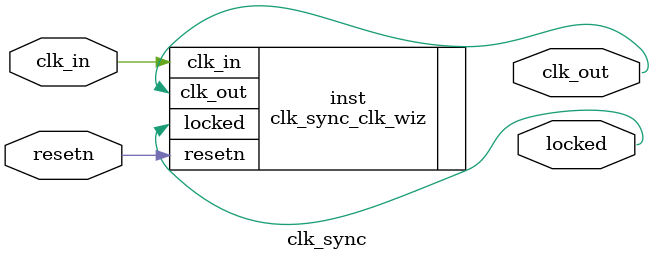
<source format=v>


`timescale 1ps/1ps

(* CORE_GENERATION_INFO = "clk_sync,clk_wiz_v6_0_4_0_0,{component_name=clk_sync,use_phase_alignment=true,use_min_o_jitter=false,use_max_i_jitter=false,use_dyn_phase_shift=false,use_inclk_switchover=false,use_dyn_reconfig=false,enable_axi=0,feedback_source=FDBK_AUTO,PRIMITIVE=MMCM,num_out_clk=1,clkin1_period=40.000,clkin2_period=10.0,use_power_down=false,use_reset=true,use_locked=true,use_inclk_stopped=false,feedback_type=SINGLE,CLOCK_MGR_TYPE=NA,manual_override=false}" *)

module clk_sync 
 (
  // Clock out ports
  output        clk_out,
  // Status and control signals
  input         resetn,
  output        locked,
 // Clock in ports
  input         clk_in
 );

  clk_sync_clk_wiz inst
  (
  // Clock out ports  
  .clk_out(clk_out),
  // Status and control signals               
  .resetn(resetn), 
  .locked(locked),
 // Clock in ports
  .clk_in(clk_in)
  );

endmodule

</source>
